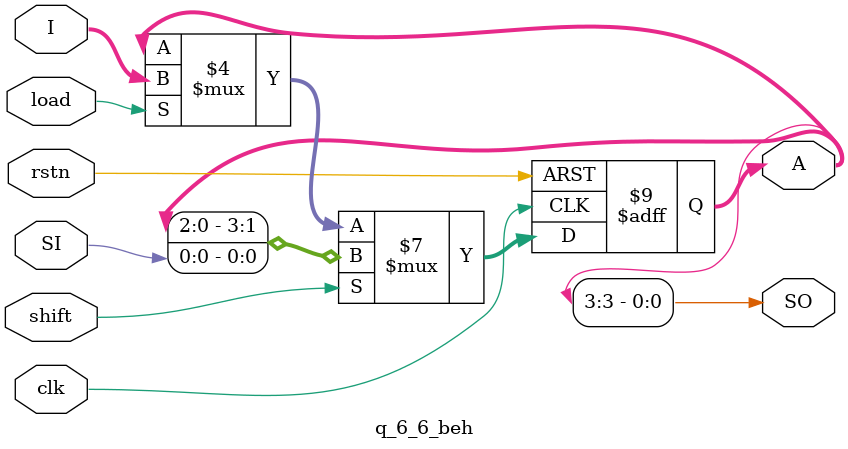
<source format=v>
module q_6_6_beh (
    input rstn, clk, load, shift,
    input [3:0] I,
    input SI,
    output SO,
    output reg [3:0] A
);
    always @ (posedge clk, negedge rstn)
    begin
        if (!rstn)
        begin
            A <= 4'b0000;
        end
        else
        begin
            if (shift)
            begin
                A <= {A[2:0], SI};
            end
            else if (load)
            begin
                A <= I;
            end
            else
            begin
                A <= A;
            end
        end
    end

    assign SO = A[3];
endmodule

</source>
